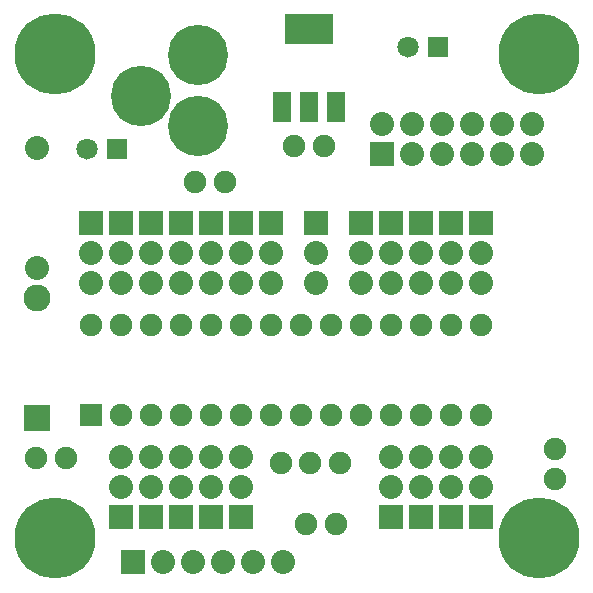
<source format=gts>
G04 #@! TF.FileFunction,Soldermask,Top*
%FSLAX46Y46*%
G04 Gerber Fmt 4.6, Leading zero omitted, Abs format (unit mm)*
G04 Created by KiCad (PCBNEW (after 2015-mar-04 BZR unknown)-product) date 10/19/2015 1:10:15 PM*
%MOMM*%
G01*
G04 APERTURE LIST*
%ADD10C,0.150000*%
%ADD11R,4.165600X2.540000*%
%ADD12R,1.524000X2.540000*%
%ADD13C,1.905000*%
%ADD14R,1.905000X1.905000*%
%ADD15R,2.032000X2.032000*%
%ADD16C,2.032000*%
%ADD17C,2.286000*%
%ADD18R,2.286000X2.286000*%
%ADD19C,6.858000*%
%ADD20R,1.808000X1.808000*%
%ADD21C,1.808000*%
%ADD22C,5.108000*%
G04 APERTURE END LIST*
D10*
D11*
X25518000Y-1910000D03*
D12*
X25518000Y-8514000D03*
X27804000Y-8514000D03*
X23232000Y-8514000D03*
D13*
X26788000Y-11816000D03*
X24248000Y-11816000D03*
X4944000Y-38232000D03*
X2404000Y-38232000D03*
X18406000Y-14864000D03*
X15866000Y-14864000D03*
X9652000Y-34544000D03*
X12192000Y-34544000D03*
X14732000Y-34544000D03*
X17272000Y-34544000D03*
X19812000Y-34544000D03*
X22352000Y-34544000D03*
X24892000Y-34544000D03*
X27432000Y-34544000D03*
X29972000Y-34544000D03*
X32512000Y-34544000D03*
X35052000Y-34544000D03*
X37592000Y-34544000D03*
X40132000Y-34544000D03*
D14*
X7112000Y-34544000D03*
D13*
X40132000Y-26924000D03*
X37592000Y-26924000D03*
X35052000Y-26924000D03*
X32512000Y-26924000D03*
X29972000Y-26924000D03*
X27432000Y-26924000D03*
X24892000Y-26924000D03*
X22352000Y-26924000D03*
X19812000Y-26924000D03*
X17272000Y-26924000D03*
X14732000Y-26924000D03*
X12192000Y-26924000D03*
X9652000Y-26924000D03*
X7112000Y-26924000D03*
D15*
X10650000Y-47000000D03*
D16*
X13190000Y-47000000D03*
X15730000Y-47000000D03*
X18270000Y-47000000D03*
X20810000Y-47000000D03*
X23350000Y-47000000D03*
D15*
X19812000Y-43180000D03*
D16*
X19812000Y-40640000D03*
X19812000Y-38100000D03*
D15*
X29972000Y-18288000D03*
D16*
X29972000Y-20828000D03*
X29972000Y-23368000D03*
D15*
X32512000Y-18288000D03*
D16*
X32512000Y-20828000D03*
X32512000Y-23368000D03*
D15*
X35052000Y-18288000D03*
D16*
X35052000Y-20828000D03*
X35052000Y-23368000D03*
D15*
X37592000Y-18288000D03*
D16*
X37592000Y-20828000D03*
X37592000Y-23368000D03*
D15*
X40132000Y-18288000D03*
D16*
X40132000Y-20828000D03*
X40132000Y-23368000D03*
D15*
X40132000Y-43180000D03*
D16*
X40132000Y-40640000D03*
X40132000Y-38100000D03*
D15*
X37592000Y-43180000D03*
D16*
X37592000Y-40640000D03*
X37592000Y-38100000D03*
D15*
X35052000Y-43180000D03*
D16*
X35052000Y-40640000D03*
X35052000Y-38100000D03*
D15*
X32512000Y-43180000D03*
D16*
X32512000Y-40640000D03*
X32512000Y-38100000D03*
D15*
X19812000Y-18288000D03*
D16*
X19812000Y-20828000D03*
X19812000Y-23368000D03*
D15*
X17272000Y-43180000D03*
D16*
X17272000Y-40640000D03*
X17272000Y-38100000D03*
D15*
X14732000Y-43180000D03*
D16*
X14732000Y-40640000D03*
X14732000Y-38100000D03*
D15*
X12192000Y-43180000D03*
D16*
X12192000Y-40640000D03*
X12192000Y-38100000D03*
D15*
X9652000Y-43180000D03*
D16*
X9652000Y-40640000D03*
X9652000Y-38100000D03*
D15*
X7112000Y-18288000D03*
D16*
X7112000Y-20828000D03*
X7112000Y-23368000D03*
D15*
X9652000Y-18288000D03*
D16*
X9652000Y-20828000D03*
X9652000Y-23368000D03*
D15*
X12192000Y-18288000D03*
D16*
X12192000Y-20828000D03*
X12192000Y-23368000D03*
D15*
X14732000Y-18288000D03*
D16*
X14732000Y-20828000D03*
X14732000Y-23368000D03*
D15*
X17272000Y-18288000D03*
D16*
X17272000Y-20828000D03*
X17272000Y-23368000D03*
D17*
X2540000Y-24638000D03*
D18*
X2540000Y-34798000D03*
D16*
X2540000Y-11938000D03*
X2540000Y-22098000D03*
D15*
X22352000Y-18288000D03*
D16*
X22352000Y-20828000D03*
X22352000Y-23368000D03*
D15*
X26162000Y-18288000D03*
D16*
X26162000Y-20828000D03*
X26162000Y-23368000D03*
D13*
X28153360Y-38608000D03*
X23154640Y-38608000D03*
X25654000Y-38608000D03*
D15*
X31750000Y-12446000D03*
D16*
X31750000Y-9906000D03*
X34290000Y-12446000D03*
X34290000Y-9906000D03*
X36830000Y-12446000D03*
X36830000Y-9906000D03*
X39370000Y-12446000D03*
X39370000Y-9906000D03*
X41910000Y-12446000D03*
X41910000Y-9906000D03*
X44450000Y-12446000D03*
X44450000Y-9906000D03*
D13*
X25264000Y-43820000D03*
X27804000Y-43820000D03*
X46346000Y-37470000D03*
X46346000Y-40010000D03*
D19*
X4000000Y-4000000D03*
X45000000Y-4000000D03*
X45000000Y-45000000D03*
X4000000Y-45000000D03*
D20*
X9262000Y-12070000D03*
D21*
X6762000Y-12070000D03*
D20*
X36440000Y-3434000D03*
D21*
X33940000Y-3434000D03*
D22*
X16120000Y-4069000D03*
X16120000Y-10069000D03*
X11320000Y-7569000D03*
M02*

</source>
